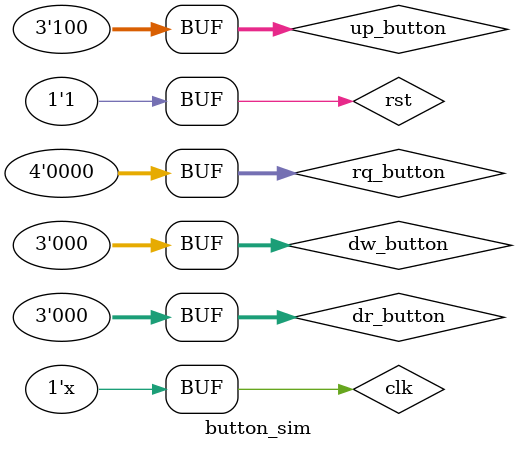
<source format=v>
`timescale 1ns / 1ps


module button_sim();

reg [2: 0] up_button = 3'b0;
reg [3: 1] dw_button = 3'b0;
reg [3: 0] rq_button = 4'b0;
reg [2: 0] dr_button = 2'b0;
reg [1: 0] state;
reg [1: 0] floor;
wire [2: 0] up;
wire [3: 1] dw;
wire [3: 0] rq;
wire [1: 0] dr; 
reg clk = 1'b0;
reg rst = 1'b0;
button u(
    clk, rst, 
    up_button, dw_button, rq_button, dr_button,
    state, floor,
    up, dw, rq, dr    
);
always #10 clk = ~clk;
initial
begin
    #10 rst = 1'b1;
    $display("qwq");
    #10 rst = 1'b0;
    $display("qwq");
    #10 rst = 1'b1;
    $display("qwq");
    #100 up_button[2] = 1;
end
endmodule

</source>
